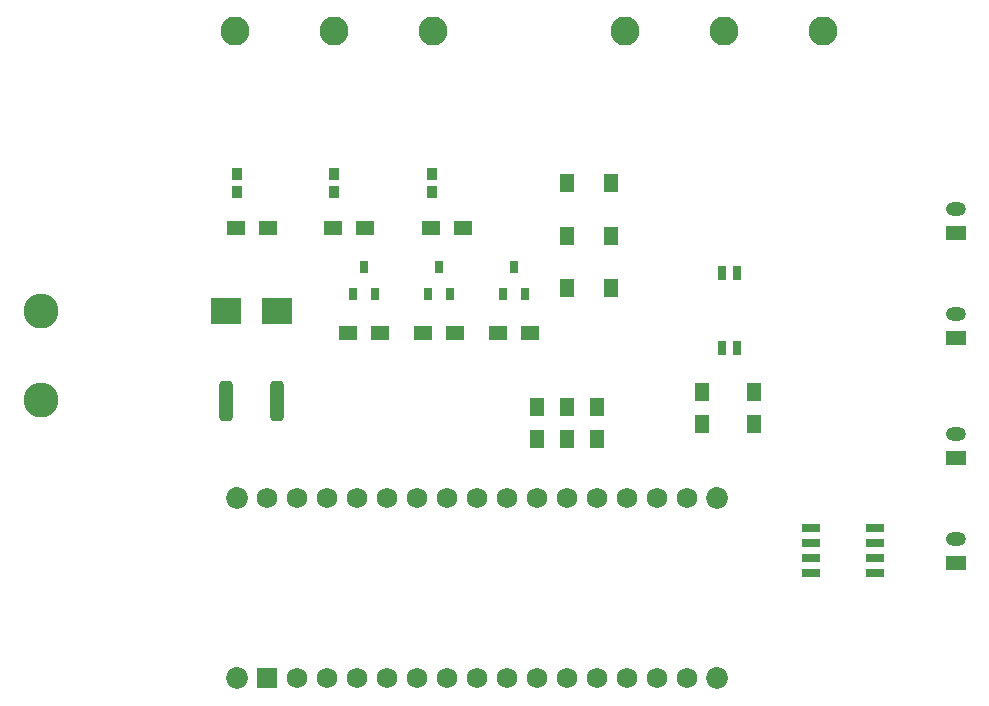
<source format=gbr>
%TF.GenerationSoftware,KiCad,Pcbnew,(6.0.0)*%
%TF.CreationDate,2022-02-25T15:07:17+01:00*%
%TF.ProjectId,ESP8266ControllerCircuit,45535038-3236-4364-936f-6e74726f6c6c,rev?*%
%TF.SameCoordinates,Original*%
%TF.FileFunction,Soldermask,Top*%
%TF.FilePolarity,Negative*%
%FSLAX46Y46*%
G04 Gerber Fmt 4.6, Leading zero omitted, Abs format (unit mm)*
G04 Created by KiCad (PCBNEW (6.0.0)) date 2022-02-25 15:07:17*
%MOMM*%
%LPD*%
G01*
G04 APERTURE LIST*
G04 Aperture macros list*
%AMRoundRect*
0 Rectangle with rounded corners*
0 $1 Rounding radius*
0 $2 $3 $4 $5 $6 $7 $8 $9 X,Y pos of 4 corners*
0 Add a 4 corners polygon primitive as box body*
4,1,4,$2,$3,$4,$5,$6,$7,$8,$9,$2,$3,0*
0 Add four circle primitives for the rounded corners*
1,1,$1+$1,$2,$3*
1,1,$1+$1,$4,$5*
1,1,$1+$1,$6,$7*
1,1,$1+$1,$8,$9*
0 Add four rect primitives between the rounded corners*
20,1,$1+$1,$2,$3,$4,$5,0*
20,1,$1+$1,$4,$5,$6,$7,0*
20,1,$1+$1,$6,$7,$8,$9,0*
20,1,$1+$1,$8,$9,$2,$3,0*%
G04 Aperture macros list end*
%ADD10R,1.300000X1.500000*%
%ADD11R,1.500000X1.300000*%
%ADD12R,1.166350X1.541350*%
%ADD13C,2.460625*%
%ADD14R,0.950000X1.050000*%
%ADD15R,1.700000X1.200000*%
%ADD16O,1.700000X1.200000*%
%ADD17RoundRect,0.250000X0.312500X1.450000X-0.312500X1.450000X-0.312500X-1.450000X0.312500X-1.450000X0*%
%ADD18R,1.528000X0.650000*%
%ADD19R,2.500000X2.300000*%
%ADD20C,2.952750*%
%ADD21R,0.787400X0.984250*%
%ADD22C,1.850000*%
%ADD23C,1.727200*%
%ADD24R,1.727200X1.727200*%
%ADD25R,0.800000X1.300000*%
G04 APERTURE END LIST*
D10*
%TO.C,R2*%
X198135000Y-84375000D03*
X198135000Y-87075000D03*
%TD*%
D11*
%TO.C,R11*%
X166450000Y-79390000D03*
X163750000Y-79390000D03*
%TD*%
D12*
%TO.C,D2*%
X186012500Y-71120000D03*
X182287500Y-71120000D03*
%TD*%
D13*
%TO.C,U3*%
X187215000Y-53798625D03*
X195580000Y-53798625D03*
X203947500Y-53798625D03*
%TD*%
D10*
%TO.C,R4*%
X184770000Y-88345000D03*
X184770000Y-85645000D03*
%TD*%
D11*
%TO.C,R10*%
X154225000Y-70470000D03*
X156925000Y-70470000D03*
%TD*%
D14*
%TO.C,LED2*%
X162560000Y-65925000D03*
X162560000Y-67425000D03*
%TD*%
D11*
%TO.C,R8*%
X179150000Y-79390000D03*
X176450000Y-79390000D03*
%TD*%
%TO.C,R5*%
X162480000Y-70470000D03*
X165180000Y-70470000D03*
%TD*%
%TO.C,R7*%
X172800000Y-79390000D03*
X170100000Y-79390000D03*
%TD*%
D10*
%TO.C,R9*%
X179690000Y-88345000D03*
X179690000Y-85645000D03*
%TD*%
D15*
%TO.C,J2*%
X215170000Y-89900000D03*
D16*
X215170000Y-87900000D03*
%TD*%
D13*
%TO.C,U1*%
X154195000Y-53798625D03*
X162560000Y-53798625D03*
X170927500Y-53798625D03*
%TD*%
D12*
%TO.C,D3*%
X186012500Y-66675000D03*
X182287500Y-66675000D03*
%TD*%
D15*
%TO.C,TX1*%
X215170000Y-70850000D03*
D16*
X215170000Y-68850000D03*
%TD*%
D17*
%TO.C,F1*%
X157712500Y-85135000D03*
X153437500Y-85135000D03*
%TD*%
D18*
%TO.C,IC1*%
X202955000Y-95885000D03*
X202955000Y-97155000D03*
X202955000Y-98425000D03*
X202955000Y-99695000D03*
X208377000Y-99695000D03*
X208377000Y-98425000D03*
X208377000Y-97155000D03*
X208377000Y-95885000D03*
%TD*%
D14*
%TO.C,LED1*%
X170815000Y-65925000D03*
X170815000Y-67425000D03*
%TD*%
D19*
%TO.C,D1*%
X157710560Y-77471020D03*
X153410560Y-77471020D03*
%TD*%
D10*
%TO.C,R1*%
X182230000Y-88345000D03*
X182230000Y-85645000D03*
%TD*%
D15*
%TO.C,RX1*%
X215170000Y-79740000D03*
D16*
X215170000Y-77740000D03*
%TD*%
D11*
%TO.C,R6*%
X170735000Y-70470000D03*
X173435000Y-70470000D03*
%TD*%
D15*
%TO.C,J1*%
X215170000Y-98790000D03*
D16*
X215170000Y-96790000D03*
%TD*%
D20*
%TO.C,U4*%
X137737000Y-85030000D03*
X137737000Y-77530000D03*
%TD*%
D21*
%TO.C,Q1*%
X170515050Y-76061100D03*
X172385050Y-76061100D03*
X171450050Y-73798600D03*
%TD*%
D10*
%TO.C,R3*%
X193690000Y-84375000D03*
X193690000Y-87075000D03*
%TD*%
D22*
%TO.C,XA1*%
X154305000Y-108585000D03*
X194945000Y-93345000D03*
X154305000Y-93345000D03*
X194945000Y-108585000D03*
D23*
X189865000Y-93345000D03*
X164465000Y-93345000D03*
X184785000Y-93345000D03*
X182245000Y-93345000D03*
X179705000Y-93345000D03*
X177165000Y-93345000D03*
X174625000Y-93345000D03*
X172085000Y-93345000D03*
X169545000Y-93345000D03*
X167005000Y-93345000D03*
X187325000Y-93345000D03*
X159385000Y-108585000D03*
D24*
X156845000Y-108585000D03*
D23*
X167005000Y-108585000D03*
X169545000Y-108585000D03*
X172085000Y-108585000D03*
X174625000Y-108585000D03*
X177165000Y-108585000D03*
X179705000Y-108585000D03*
X182245000Y-108585000D03*
X184785000Y-108585000D03*
X187325000Y-108585000D03*
X189865000Y-108585000D03*
X192405000Y-108585000D03*
X192405000Y-93345000D03*
X164465000Y-108585000D03*
X159385000Y-93345000D03*
X161925000Y-108585000D03*
X161925000Y-93345000D03*
X156845000Y-93345000D03*
%TD*%
D21*
%TO.C,Q3*%
X164165050Y-76061100D03*
X166035050Y-76061100D03*
X165100050Y-73798600D03*
%TD*%
D12*
%TO.C,D4*%
X186012500Y-75565000D03*
X182287500Y-75565000D03*
%TD*%
D14*
%TO.C,LED3*%
X154305000Y-65925000D03*
X154305000Y-67425000D03*
%TD*%
D25*
%TO.C,U2*%
X195427500Y-80610000D03*
X196707500Y-80610000D03*
X196707500Y-74310000D03*
X195427500Y-74310000D03*
%TD*%
D21*
%TO.C,Q2*%
X176865050Y-76061100D03*
X178735050Y-76061100D03*
X177800050Y-73798600D03*
%TD*%
M02*

</source>
